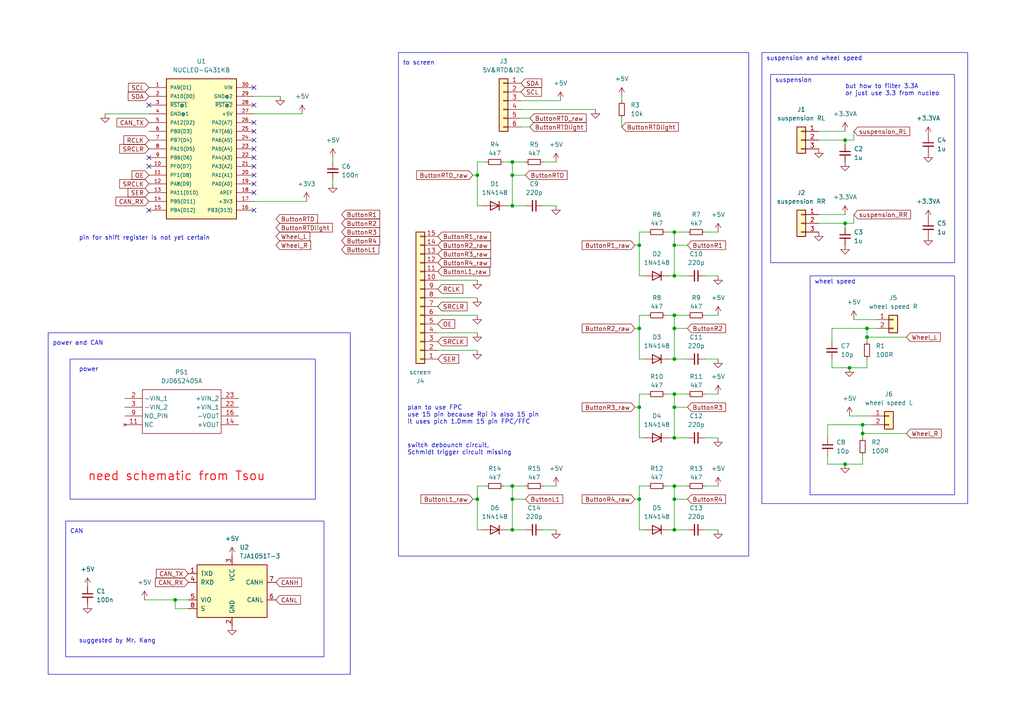
<source format=kicad_sch>
(kicad_sch (version 20230121) (generator eeschema)
  (paper "A4")
  (title_block (title "EP5 dashbaord left board") (date "2024-03-04") (rev "1") (company "NTURacing") (comment 1 "郭哲明") (comment 2 "electrical team"))
  (lib_symbols
    (symbol "Connector_Generic:Conn_01x02" (pin_names (offset 1.016) hide)
      (property "Reference" "J" (at 0 2.54 0))
      (property "Value" "Conn_01x02" (at 0 -5.08 0))
      (symbol "Conn_01x02_1_1"
        (rectangle (start -1.27 -2.413) (end 0 -2.667) (stroke (width 0.1524)))
        (rectangle (start -1.27 0.127) (end 0 -0.127) (stroke (width 0.1524)))
        (rectangle (start -1.27 1.27) (end 1.27 -3.81) (stroke (width 0.254)) (fill (type background)))
        (pin passive line (at -5.08 0 0) (length 3.81) (name "Pin_1") (number "1"))
        (pin passive line (at -5.08 -2.54 0) (length 3.81) (name "Pin_2") (number "2"))
      )
    )
    (symbol "Connector_Generic:Conn_01x03" (pin_names (offset 1.016) hide)
      (property "Reference" "J" (at 0 5.08 0))
      (property "Value" "Conn_01x03" (at 0 -5.08 0))
      (symbol "Conn_01x03_1_1"
        (rectangle (start -1.27 -2.413) (end 0 -2.667) (stroke (width 0.1524)))
        (rectangle (start -1.27 0.127) (end 0 -0.127) (stroke (width 0.1524)))
        (rectangle (start -1.27 2.667) (end 0 2.413) (stroke (width 0.1524)))
        (rectangle (start -1.27 3.81) (end 1.27 -3.81) (stroke (width 0.254)) (fill (type background)))
        (pin passive line (at -5.08 2.54 0) (length 3.81) (name "Pin_1") (number "1"))
        (pin passive line (at -5.08 0 0) (length 3.81) (name "Pin_2") (number "2"))
        (pin passive line (at -5.08 -2.54 0) (length 3.81) (name "Pin_3") (number "3"))
      )
    )
    (symbol "Connector_Generic:Conn_01x06" (pin_names (offset 1.016) hide)
      (property "Reference" "J" (at 0 7.62 0))
      (property "Value" "Conn_01x06" (at 0 -10.16 0))
      (symbol "Conn_01x06_1_1"
        (rectangle (start -1.27 -7.493) (end 0 -7.747) (stroke (width 0.1524)))
        (rectangle (start -1.27 -4.953) (end 0 -5.207) (stroke (width 0.1524)))
        (rectangle (start -1.27 -2.413) (end 0 -2.667) (stroke (width 0.1524)))
        (rectangle (start -1.27 0.127) (end 0 -0.127) (stroke (width 0.1524)))
        (rectangle (start -1.27 2.667) (end 0 2.413) (stroke (width 0.1524)))
        (rectangle (start -1.27 5.207) (end 0 4.953) (stroke (width 0.1524)))
        (rectangle (start -1.27 6.35) (end 1.27 -8.89) (stroke (width 0.254)) (fill (type background)))
        (pin passive line (at -5.08 5.08 0) (length 3.81) (name "Pin_1") (number "1"))
        (pin passive line (at -5.08 2.54 0) (length 3.81) (name "Pin_2") (number "2"))
        (pin passive line (at -5.08 0 0) (length 3.81) (name "Pin_3") (number "3"))
        (pin passive line (at -5.08 -2.54 0) (length 3.81) (name "Pin_4") (number "4"))
        (pin passive line (at -5.08 -5.08 0) (length 3.81) (name "Pin_5") (number "5"))
        (pin passive line (at -5.08 -7.62 0) (length 3.81) (name "Pin_6") (number "6"))
      )
    )
    (symbol "Connector_Generic:Conn_01x15" (pin_names (offset 1.016) hide)
      (property "Reference" "J" (at 0 20.32 0))
      (property "Value" "Conn_01x15" (at 0 -20.32 0))
      (symbol "Conn_01x15_1_1"
        (rectangle (start -1.27 -17.653) (end 0 -17.907) (stroke (width 0.1524)))
        (rectangle (start -1.27 -15.113) (end 0 -15.367) (stroke (width 0.1524)))
        (rectangle (start -1.27 -12.573) (end 0 -12.827) (stroke (width 0.1524)))
        (rectangle (start -1.27 -10.033) (end 0 -10.287) (stroke (width 0.1524)))
        (rectangle (start -1.27 -7.493) (end 0 -7.747) (stroke (width 0.1524)))
        (rectangle (start -1.27 -4.953) (end 0 -5.207) (stroke (width 0.1524)))
        (rectangle (start -1.27 -2.413) (end 0 -2.667) (stroke (width 0.1524)))
        (rectangle (start -1.27 0.127) (end 0 -0.127) (stroke (width 0.1524)))
        (rectangle (start -1.27 2.667) (end 0 2.413) (stroke (width 0.1524)))
        (rectangle (start -1.27 5.207) (end 0 4.953) (stroke (width 0.1524)))
        (rectangle (start -1.27 7.747) (end 0 7.493) (stroke (width 0.1524)))
        (rectangle (start -1.27 10.287) (end 0 10.033) (stroke (width 0.1524)))
        (rectangle (start -1.27 12.827) (end 0 12.573) (stroke (width 0.1524)))
        (rectangle (start -1.27 15.367) (end 0 15.113) (stroke (width 0.1524)))
        (rectangle (start -1.27 17.907) (end 0 17.653) (stroke (width 0.1524)))
        (rectangle (start -1.27 19.05) (end 1.27 -19.05) (stroke (width 0.254)) (fill (type background)))
        (pin passive line (at -5.08 17.78 0) (length 3.81) (name "Pin_1") (number "1"))
        (pin passive line (at -5.08 -5.08 0) (length 3.81) (name "Pin_10") (number "10"))
        (pin passive line (at -5.08 -7.62 0) (length 3.81) (name "Pin_11") (number "11"))
        (pin passive line (at -5.08 -10.16 0) (length 3.81) (name "Pin_12") (number "12"))
        (pin passive line (at -5.08 -12.7 0) (length 3.81) (name "Pin_13") (number "13"))
        (pin passive line (at -5.08 -15.24 0) (length 3.81) (name "Pin_14") (number "14"))
        (pin passive line (at -5.08 -17.78 0) (length 3.81) (name "Pin_15") (number "15"))
        (pin passive line (at -5.08 15.24 0) (length 3.81) (name "Pin_2") (number "2"))
        (pin passive line (at -5.08 12.7 0) (length 3.81) (name "Pin_3") (number "3"))
        (pin passive line (at -5.08 10.16 0) (length 3.81) (name "Pin_4") (number "4"))
        (pin passive line (at -5.08 7.62 0) (length 3.81) (name "Pin_5") (number "5"))
        (pin passive line (at -5.08 5.08 0) (length 3.81) (name "Pin_6") (number "6"))
        (pin passive line (at -5.08 2.54 0) (length 3.81) (name "Pin_7") (number "7"))
        (pin passive line (at -5.08 0 0) (length 3.81) (name "Pin_8") (number "8"))
        (pin passive line (at -5.08 -2.54 0) (length 3.81) (name "Pin_9") (number "9"))
      )
    )
    (symbol "Device:C_Small" (pin_numbers hide) (pin_names (offset 0.254) hide)
      (property "Reference" "C" (at 0.254 1.778 0))
      (property "Value" "C_Small" (at 0.254 -2.032 0))
      (symbol "C_Small_0_1"
        (polyline (pts (xy -1.524 -0.508) (xy 1.524 -0.508)) (stroke (width 0.3302)))
        (polyline (pts (xy -1.524 0.508) (xy 1.524 0.508)) (stroke (width 0.3048)))
      )
      (symbol "C_Small_1_1"
        (pin passive line (at 0 2.54 270) (length 2.032) (name "~") (number "1"))
        (pin passive line (at 0 -2.54 90) (length 2.032) (name "~") (number "2"))
      )
    )
    (symbol "Device:R_Small" (pin_numbers hide) (pin_names (offset 0.254) hide)
      (property "Reference" "R" (at 0.762 0.508 0))
      (property "Value" "R_Small" (at 0.762 -1.016 0))
      (symbol "R_Small_0_1"
        (rectangle (start -0.762 1.778) (end 0.762 -1.778) (stroke (width 0.2032)))
      )
      (symbol "R_Small_1_1"
        (pin passive line (at 0 2.54 270) (length 0.762) (name "~") (number "1"))
        (pin passive line (at 0 -2.54 90) (length 0.762) (name "~") (number "2"))
      )
    )
    (symbol "Diode:1N4148" (pin_numbers hide) (pin_names hide)
      (property "Reference" "D" (at 0 2.54 0))
      (property "Value" "1N4148" (at 0 -2.54 0))
      (symbol "1N4148_0_1"
        (polyline (pts (xy -1.27 1.27) (xy -1.27 -1.27)) (stroke (width 0.254)))
        (polyline (pts (xy 1.27 0) (xy -1.27 0)))
        (polyline (pts (xy 1.27 1.27) (xy 1.27 -1.27) (xy -1.27 0) (xy 1.27 1.27)) (stroke (width 0.254)))
      )
      (symbol "1N4148_1_1"
        (pin passive line (at -3.81 0 0) (length 2.54) (name "K") (number "1"))
        (pin passive line (at 3.81 0 180) (length 2.54) (name "A") (number "2"))
      )
    )
    (symbol "Interface_CAN_LIN:TJA1051T-3" (pin_names (offset 1.016))
      (property "Reference" "U" (at -10.16 8.89 0))
      (property "Value" "TJA1051T-3" (at 1.27 8.89 0))
      (symbol "TJA1051T-3_0_1"
        (rectangle (start -10.16 7.62) (end 10.16 -7.62) (stroke (width 0.254)) (fill (type background)))
      )
      (symbol "TJA1051T-3_1_1"
        (pin input line (at -12.7 5.08 0) (length 2.54) (name "TXD") (number "1"))
        (pin power_in line (at 0 -10.16 90) (length 2.54) (name "GND") (number "2"))
        (pin power_in line (at 0 10.16 270) (length 2.54) (name "VCC") (number "3"))
        (pin output line (at -12.7 2.54 0) (length 2.54) (name "RXD") (number "4"))
        (pin power_in line (at -12.7 -2.54 0) (length 2.54) (name "VIO") (number "5"))
        (pin bidirectional line (at 12.7 -2.54 180) (length 2.54) (name "CANL") (number "6"))
        (pin bidirectional line (at 12.7 2.54 180) (length 2.54) (name "CANH") (number "7"))
        (pin input line (at -12.7 -5.08 0) (length 2.54) (name "S") (number "8"))
      )
    )
    (symbol "nturt_kicad_lib:DJ06S2405A"
      (property "Reference" "PS" (at 0 1.27 0))
      (property "Value" "DJ06S2405A" (at 0 -1.27 0))
      (symbol "DJ06S2405A_0_0"
        (pin no_connect line (at -17.145 -3.81 0) (length 5.08) (name "NC") (number "11"))
        (pin passive line (at 15.875 -3.81 180) (length 5.08) (name "+VOUT") (number "14"))
        (pin passive line (at 15.875 -1.27 180) (length 5.08) (name "-VOUT") (number "16"))
        (pin passive line (at -17.145 3.81 0) (length 5.08) (name "-VIN_1") (number "2"))
        (pin passive line (at 15.875 1.27 180) (length 5.08) (name "+VIN_1") (number "22"))
        (pin passive line (at 15.875 3.81 180) (length 5.08) (name "+VIN_2") (number "23"))
        (pin passive line (at -17.145 1.27 0) (length 5.08) (name "-VIN_2") (number "3"))
        (pin passive line (at -17.145 -1.27 0) (length 5.08) (name "NO_PIN") (number "9"))
      )
      (symbol "DJ06S2405A_0_1"
        (polyline (pts (xy -12.065 6.35) (xy 10.795 6.35) (xy 10.795 -6.35) (xy -12.065 -6.35) (xy -12.065 6.35)) (stroke (width 0.1524)))
      )
    )
    (symbol "nturt_kicad_lib:NUCLEO-G431KB" (pin_names (offset 1.016))
      (property "Reference" "U" (at -10.16 21.59 0))
      (property "Value" "NUCLEO-G431KB" (at -2.54 21.59 0))
      (symbol "NUCLEO-G431KB_0_0"
        (rectangle (start -10.16 20.32) (end 10.16 -20.32) (stroke (width 0.254)) (fill (type background)))
        (pin bidirectional line (at -15.24 17.78 0) (length 5.08) (name "PA9(D1)") (number "1"))
        (pin bidirectional line (at -15.24 -5.08 0) (length 5.08) (name "PF0(D7)") (number "10"))
        (pin bidirectional line (at -15.24 -7.62 0) (length 5.08) (name "PF1(D8)") (number "11"))
        (pin bidirectional line (at -15.24 -10.16 0) (length 5.08) (name "PA8(D9)") (number "12"))
        (pin bidirectional line (at -15.24 -12.7 0) (length 5.08) (name "PA11(D10)") (number "13"))
        (pin bidirectional line (at -15.24 -15.24 0) (length 5.08) (name "PB5(D11)") (number "14"))
        (pin bidirectional line (at -15.24 -17.78 0) (length 5.08) (name "PB4(D12)") (number "15"))
        (pin bidirectional line (at 15.24 -17.78 180) (length 5.08) (name "PB3(D13)") (number "16"))
        (pin passive line (at 15.24 -15.24 180) (length 5.08) (name "+3V3") (number "17"))
        (pin passive line (at 15.24 -12.7 180) (length 5.08) (name "AREF") (number "18"))
        (pin bidirectional line (at 15.24 -10.16 180) (length 5.08) (name "PA0(A0)") (number "19"))
        (pin bidirectional line (at -15.24 15.24 0) (length 5.08) (name "PA10(D0)") (number "2"))
        (pin bidirectional line (at 15.24 -7.62 180) (length 5.08) (name "PA1(A1)") (number "20"))
        (pin bidirectional line (at 15.24 -5.08 180) (length 5.08) (name "PA3(A2)") (number "21"))
        (pin bidirectional line (at 15.24 -2.54 180) (length 5.08) (name "PA4(A3)") (number "22"))
        (pin bidirectional line (at 15.24 0 180) (length 5.08) (name "PA5(A4)") (number "23"))
        (pin bidirectional line (at 15.24 2.54 180) (length 5.08) (name "PA6(A5)") (number "24"))
        (pin bidirectional line (at 15.24 5.08 180) (length 5.08) (name "PA7(A6)") (number "25"))
        (pin bidirectional line (at 15.24 7.62 180) (length 5.08) (name "PA2(A7)") (number "26"))
        (pin passive line (at 15.24 10.16 180) (length 5.08) (name "+5V") (number "27"))
        (pin bidirectional line (at 15.24 12.7 180) (length 5.08) (name "~{RST@2}") (number "28"))
        (pin passive line (at 15.24 15.24 180) (length 5.08) (name "GND@2") (number "29"))
        (pin bidirectional line (at -15.24 12.7 0) (length 5.08) (name "~{RST@1}") (number "3"))
        (pin passive line (at 15.24 17.78 180) (length 5.08) (name "VIN") (number "30"))
        (pin passive line (at -15.24 10.16 0) (length 5.08) (name "GND@1") (number "4"))
        (pin bidirectional line (at -15.24 7.62 0) (length 5.08) (name "PA12(D2)") (number "5"))
        (pin bidirectional line (at -15.24 5.08 0) (length 5.08) (name "PB0(D3)") (number "6"))
        (pin bidirectional line (at -15.24 2.54 0) (length 5.08) (name "PB7(D4)") (number "7"))
        (pin bidirectional line (at -15.24 0 0) (length 5.08) (name "PA15(D5)") (number "8"))
        (pin bidirectional line (at -15.24 -2.54 0) (length 5.08) (name "PB6(D6)") (number "9"))
      )
    )
    (symbol "power:+3.3VA" (power) (pin_names (offset 0))
      (property "Value" "+3.3VA" (at 0 3.556 0))
      (symbol "+3.3VA_0_1"
        (polyline (pts (xy -0.762 1.27) (xy 0 2.54)))
        (polyline (pts (xy 0 0) (xy 0 2.54)))
        (polyline (pts (xy 0 2.54) (xy 0.762 1.27)))
      )
      (symbol "+3.3VA_1_1"
        (pin power_in line (at 0 0 90) (length 0) hide (name "+3.3VA") (number "1"))
      )
    )
    (symbol "power:+3V3" (power) (pin_names (offset 0))
      (property "Value" "+3V3" (at 0 3.556 0))
      (symbol "+3V3_0_1"
        (polyline (pts (xy -0.762 1.27) (xy 0 2.54)))
        (polyline (pts (xy 0 0) (xy 0 2.54)))
        (polyline (pts (xy 0 2.54) (xy 0.762 1.27)))
      )
      (symbol "+3V3_1_1"
        (pin power_in line (at 0 0 90) (length 0) hide (name "+3V3") (number "1"))
      )
    )
    (symbol "power:+5V" (power) (pin_names (offset 0))
      (property "Value" "+5V" (at 0 3.556 0))
      (symbol "+5V_0_1"
        (polyline (pts (xy -0.762 1.27) (xy 0 2.54)))
        (polyline (pts (xy 0 0) (xy 0 2.54)))
        (polyline (pts (xy 0 2.54) (xy 0.762 1.27)))
      )
      (symbol "+5V_1_1"
        (pin power_in line (at 0 0 90) (length 0) hide (name "+5V") (number "1"))
      )
    )
    (symbol "power:GND" (power) (pin_names (offset 0))
      (property "Value" "GND" (at 0 -3.81 0))
      (symbol "GND_0_1"
        (polyline (pts (xy 0 0) (xy 0 -1.27) (xy 1.27 -1.27) (xy 0 -2.54) (xy -1.27 -1.27) (xy 0 -1.27)))
      )
      (symbol "GND_1_1"
        (pin power_in line (at 0 0 270) (length 0) hide (name "GND") (number "1"))
      )
    )
  )
  (junction (at 148.59 140.97))
  (junction (at 185.42 95.25))
  (junction (at 250.19 125.73))
  (junction (at 185.42 144.78))
  (junction (at 195.58 80.01))
  (junction (at 138.43 144.78))
  (junction (at 148.59 59.69))
  (junction (at 195.58 114.3))
  (junction (at 246.38 106.68))
  (junction (at 50.8 173.99))
  (junction (at 195.58 67.31))
  (junction (at 148.59 153.67))
  (junction (at 195.58 153.67))
  (junction (at 251.46 97.79))
  (junction (at 148.59 144.78))
  (junction (at 148.59 50.8))
  (junction (at 245.11 64.77))
  (junction (at 185.42 118.11))
  (junction (at 251.46 95.25))
  (junction (at 195.58 71.12))
  (junction (at 195.58 127))
  (junction (at 245.11 134.62))
  (junction (at 195.58 118.11))
  (junction (at 195.58 104.14))
  (junction (at 195.58 140.97))
  (junction (at 138.43 50.8))
  (junction (at 195.58 91.44))
  (junction (at 250.19 123.19))
  (junction (at 195.58 95.25))
  (junction (at 195.58 144.78))
  (junction (at 185.42 71.12))
  (junction (at 148.59 46.99))
  (junction (at 245.11 40.64))
  (no_connect (at 73.66 43.18))
  (no_connect (at 43.18 60.96))
  (no_connect (at 73.66 35.56))
  (no_connect (at 43.18 45.72))
  (no_connect (at 73.66 48.26))
  (no_connect (at 73.66 30.48))
  (no_connect (at 73.66 55.88))
  (no_connect (at 73.66 25.4))
  (no_connect (at 73.66 50.8))
  (no_connect (at 73.66 45.72))
  (no_connect (at 73.66 60.96))
  (no_connect (at 73.66 53.34))
  (no_connect (at 43.18 48.26))
  (no_connect (at 73.66 40.64))
  (no_connect (at 43.18 30.48))
  (no_connect (at 73.66 38.1))
  (wire (pts (xy 195.58 114.3) (xy 195.58 118.11)))
  (wire (pts (xy 193.04 67.31) (xy 195.58 67.31)))
  (wire (pts (xy 151.13 34.29) (xy 153.67 34.29)))
  (wire (pts (xy 138.43 153.67) (xy 139.7 153.67)))
  (wire (pts (xy 195.58 104.14) (xy 194.31 104.14)))
  (wire (pts (xy 185.42 91.44) (xy 187.96 91.44)))
  (wire (pts (xy 137.16 50.8) (xy 138.43 50.8)))
  (wire (pts (xy 195.58 127) (xy 194.31 127)))
  (wire (pts (xy 148.59 50.8) (xy 148.59 59.69)))
  (wire (pts (xy 138.43 140.97) (xy 140.97 140.97)))
  (wire (pts (xy 241.3 104.14) (xy 241.3 106.68)))
  (wire (pts (xy 185.42 153.67) (xy 185.42 144.78)))
  (wire (pts (xy 185.42 127) (xy 186.69 127)))
  (wire (pts (xy 185.42 144.78) (xy 185.42 140.97)))
  (wire (pts (xy 148.59 59.69) (xy 147.32 59.69)))
  (wire (pts (xy 148.59 46.99) (xy 148.59 50.8)))
  (wire (pts (xy 138.43 50.8) (xy 138.43 46.99)))
  (wire (pts (xy 247.65 40.64) (xy 245.11 40.64)))
  (wire (pts (xy 208.28 127) (xy 204.47 127)))
  (wire (pts (xy 185.42 104.14) (xy 186.69 104.14)))
  (wire (pts (xy 152.4 46.99) (xy 148.59 46.99)))
  (wire (pts (xy 195.58 104.14) (xy 199.39 104.14)))
  (wire (pts (xy 251.46 104.14) (xy 251.46 106.68)))
  (wire (pts (xy 152.4 144.78) (xy 148.59 144.78)))
  (wire (pts (xy 96.52 45.72) (xy 96.52 46.99)))
  (wire (pts (xy 251.46 106.68) (xy 246.38 106.68)))
  (wire (pts (xy 30.48 33.02) (xy 43.18 33.02)))
  (wire (pts (xy 199.39 91.44) (xy 195.58 91.44)))
  (wire (pts (xy 251.46 97.79) (xy 251.46 99.06)))
  (wire (pts (xy 138.43 81.28) (xy 127 81.28)))
  (wire (pts (xy 41.91 173.99) (xy 50.8 173.99)))
  (wire (pts (xy 240.03 123.19) (xy 250.19 123.19)))
  (wire (pts (xy 208.28 104.14) (xy 204.47 104.14)))
  (wire (pts (xy 152.4 140.97) (xy 148.59 140.97)))
  (wire (pts (xy 245.11 66.04) (xy 245.11 64.77)))
  (wire (pts (xy 195.58 127) (xy 199.39 127)))
  (wire (pts (xy 241.3 106.68) (xy 246.38 106.68)))
  (wire (pts (xy 245.11 62.23) (xy 237.49 62.23)))
  (wire (pts (xy 87.63 33.02) (xy 73.66 33.02)))
  (wire (pts (xy 250.19 134.62) (xy 245.11 134.62)))
  (wire (pts (xy 195.58 80.01) (xy 194.31 80.01)))
  (wire (pts (xy 195.58 153.67) (xy 199.39 153.67)))
  (wire (pts (xy 208.28 91.44) (xy 204.47 91.44)))
  (wire (pts (xy 161.29 153.67) (xy 157.48 153.67)))
  (wire (pts (xy 247.65 64.77) (xy 245.11 64.77)))
  (wire (pts (xy 250.19 132.08) (xy 250.19 134.62)))
  (wire (pts (xy 185.42 95.25) (xy 185.42 91.44)))
  (wire (pts (xy 138.43 144.78) (xy 138.43 140.97)))
  (wire (pts (xy 245.11 41.91) (xy 245.11 40.64)))
  (wire (pts (xy 54.61 176.53) (xy 50.8 176.53)))
  (wire (pts (xy 138.43 96.52) (xy 127 96.52)))
  (wire (pts (xy 250.19 123.19) (xy 250.19 125.73)))
  (wire (pts (xy 199.39 114.3) (xy 195.58 114.3)))
  (wire (pts (xy 185.42 118.11) (xy 185.42 114.3)))
  (wire (pts (xy 262.89 97.79) (xy 251.46 97.79)))
  (wire (pts (xy 88.9 58.42) (xy 73.66 58.42)))
  (wire (pts (xy 195.58 153.67) (xy 194.31 153.67)))
  (wire (pts (xy 199.39 144.78) (xy 195.58 144.78)))
  (wire (pts (xy 193.04 114.3) (xy 195.58 114.3)))
  (wire (pts (xy 138.43 91.44) (xy 127 91.44)))
  (wire (pts (xy 208.28 114.3) (xy 204.47 114.3)))
  (wire (pts (xy 185.42 127) (xy 185.42 118.11)))
  (wire (pts (xy 195.58 144.78) (xy 195.58 153.67)))
  (wire (pts (xy 195.58 71.12) (xy 195.58 80.01)))
  (wire (pts (xy 193.04 140.97) (xy 195.58 140.97)))
  (wire (pts (xy 262.89 125.73) (xy 250.19 125.73)))
  (wire (pts (xy 199.39 95.25) (xy 195.58 95.25)))
  (wire (pts (xy 193.04 91.44) (xy 195.58 91.44)))
  (wire (pts (xy 185.42 80.01) (xy 186.69 80.01)))
  (wire (pts (xy 237.49 40.64) (xy 245.11 40.64)))
  (wire (pts (xy 161.29 59.69) (xy 157.48 59.69)))
  (wire (pts (xy 251.46 95.25) (xy 254 95.25)))
  (wire (pts (xy 180.34 27.94) (xy 180.34 29.21)))
  (wire (pts (xy 195.58 95.25) (xy 195.58 104.14)))
  (wire (pts (xy 184.15 118.11) (xy 185.42 118.11)))
  (wire (pts (xy 240.03 132.08) (xy 240.03 134.62)))
  (wire (pts (xy 162.56 29.21) (xy 151.13 29.21)))
  (wire (pts (xy 208.28 153.67) (xy 204.47 153.67)))
  (wire (pts (xy 195.58 140.97) (xy 195.58 144.78)))
  (wire (pts (xy 237.49 64.77) (xy 245.11 64.77)))
  (wire (pts (xy 246.38 120.65) (xy 252.73 120.65)))
  (wire (pts (xy 146.05 140.97) (xy 148.59 140.97)))
  (wire (pts (xy 148.59 153.67) (xy 147.32 153.67)))
  (wire (pts (xy 185.42 153.67) (xy 186.69 153.67)))
  (wire (pts (xy 250.19 123.19) (xy 252.73 123.19)))
  (wire (pts (xy 151.13 36.83) (xy 153.67 36.83)))
  (wire (pts (xy 138.43 153.67) (xy 138.43 144.78)))
  (wire (pts (xy 138.43 86.36) (xy 127 86.36)))
  (wire (pts (xy 247.65 38.1) (xy 247.65 40.64)))
  (wire (pts (xy 240.03 127) (xy 240.03 123.19)))
  (wire (pts (xy 50.8 176.53) (xy 50.8 173.99)))
  (wire (pts (xy 199.39 140.97) (xy 195.58 140.97)))
  (wire (pts (xy 50.8 173.99) (xy 54.61 173.99)))
  (wire (pts (xy 180.34 36.83) (xy 180.34 34.29)))
  (wire (pts (xy 161.29 46.99) (xy 157.48 46.99)))
  (wire (pts (xy 208.28 80.01) (xy 204.47 80.01)))
  (wire (pts (xy 247.65 62.23) (xy 247.65 64.77)))
  (wire (pts (xy 146.05 46.99) (xy 148.59 46.99)))
  (wire (pts (xy 152.4 50.8) (xy 148.59 50.8)))
  (wire (pts (xy 241.3 99.06) (xy 241.3 95.25)))
  (wire (pts (xy 138.43 59.69) (xy 138.43 50.8)))
  (wire (pts (xy 185.42 67.31) (xy 187.96 67.31)))
  (wire (pts (xy 185.42 104.14) (xy 185.42 95.25)))
  (wire (pts (xy 195.58 118.11) (xy 195.58 127)))
  (wire (pts (xy 195.58 91.44) (xy 195.58 95.25)))
  (wire (pts (xy 185.42 71.12) (xy 185.42 67.31)))
  (wire (pts (xy 199.39 118.11) (xy 195.58 118.11)))
  (wire (pts (xy 199.39 67.31) (xy 195.58 67.31)))
  (wire (pts (xy 250.19 125.73) (xy 250.19 127)))
  (wire (pts (xy 185.42 114.3) (xy 187.96 114.3)))
  (wire (pts (xy 240.03 134.62) (xy 245.11 134.62)))
  (wire (pts (xy 148.59 153.67) (xy 152.4 153.67)))
  (wire (pts (xy 184.15 144.78) (xy 185.42 144.78)))
  (wire (pts (xy 247.65 92.71) (xy 254 92.71)))
  (wire (pts (xy 195.58 80.01) (xy 199.39 80.01)))
  (wire (pts (xy 138.43 46.99) (xy 140.97 46.99)))
  (wire (pts (xy 184.15 71.12) (xy 185.42 71.12)))
  (wire (pts (xy 245.11 38.1) (xy 237.49 38.1)))
  (wire (pts (xy 96.52 53.34) (xy 96.52 52.07)))
  (wire (pts (xy 81.28 27.94) (xy 73.66 27.94)))
  (wire (pts (xy 241.3 95.25) (xy 251.46 95.25)))
  (wire (pts (xy 185.42 80.01) (xy 185.42 71.12)))
  (wire (pts (xy 185.42 140.97) (xy 187.96 140.97)))
  (wire (pts (xy 148.59 144.78) (xy 148.59 153.67)))
  (wire (pts (xy 138.43 101.6) (xy 127 101.6)))
  (wire (pts (xy 208.28 67.31) (xy 204.47 67.31)))
  (wire (pts (xy 148.59 59.69) (xy 152.4 59.69)))
  (wire (pts (xy 172.72 31.75) (xy 151.13 31.75)))
  (wire (pts (xy 184.15 95.25) (xy 185.42 95.25)))
  (wire (pts (xy 138.43 59.69) (xy 139.7 59.69)))
  (wire (pts (xy 195.58 67.31) (xy 195.58 71.12)))
  (wire (pts (xy 208.28 140.97) (xy 204.47 140.97)))
  (wire (pts (xy 199.39 71.12) (xy 195.58 71.12)))
  (wire (pts (xy 148.59 140.97) (xy 148.59 144.78)))
  (wire (pts (xy 137.16 144.78) (xy 138.43 144.78)))
  (wire (pts (xy 251.46 95.25) (xy 251.46 97.79)))
  (wire (pts (xy 161.29 140.97) (xy 157.48 140.97)))
  (rectangle (start 220.98 15.24) (end 280.67 146.05))
  (rectangle (start 20.32 104.14) (end 91.44 144.78))
  (rectangle (start 223.52 21.59) (end 276.86 76.2))
  (rectangle (start 13.97 96.52) (end 101.6 195.58))
  (rectangle (start 234.95 80.01) (end 276.86 143.51))
  (rectangle (start 115.57 15.24) (end 217.17 161.29))
  (rectangle (start 19.05 151.13) (end 93.98 190.5))
  (text "pin for shift register is not yet certain" (at 22.86 69.85 0) (effects (font (size 1.27 1.27)) (justify left bottom)))
  (text "switch debounch circuit, \nSchmidt trigger circuit missing" (at 118.11 132.08 0) (effects (font (size 1.27 1.27)) (justify left bottom)))
  (text "wheel speed" (at 236.22 82.55 0) (effects (font (size 1.27 1.27)) (justify left bottom)))
  (text "to screen" (at 116.84 19.05 0) (effects (font (size 1.27 1.27)) (justify left bottom)))
  (text "suspension" (at 224.79 24.13 0) (effects (font (size 1.27 1.27)) (justify left bottom)))
  (text "need schematic from Tsou" (at 25.4 139.7 0) (effects (font (size 2.54 2.54) (thickness 0.254) bold) (justify left bottom)))
  (text "but how to filter 3.3A\nor just use 3.3 from nucleo" (at 245.11 27.94 0) (effects (font (size 1.27 1.27)) (justify left bottom)))
  (text "CAN" (at 20.32 154.94 0) (effects (font (size 1.27 1.27)) (justify left bottom)))
  (text "suspension and wheel speed" (at 222.25 17.78 0) (effects (font (size 1.27 1.27)) (justify left bottom)))
  (text "plan to use FPC\nuse 15 pin because Rpi is also 15 pin\nit uses pich 1.0mm 15 pin FPC/FFC" (at 118.11 123.19 0) (effects (font (size 1.27 1.27)) (justify left bottom)))
  (text "power" (at 22.86 107.95 0) (effects (font (size 1.27 1.27)) (justify left bottom)))
  (text "power and CAN" (at 15.24 100.33 0) (effects (font (size 1.27 1.27)) (justify left bottom)))
  (text "suggested by Mr. Kang" (at 22.86 186.69 0) (effects (font (size 1.27 1.27)) (justify left bottom)))
  (global_label "SDA" (shape input) (at 151.13 24.13 0) (property "Intersheetrefs" "${INTERSHEET_REFS}" (effects hide)))
  (global_label "RCLK" (shape input) (at 127 83.82 0) (property "Intersheetrefs" "${INTERSHEET_REFS}" (effects hide)))
  (global_label "CAN_RX" (shape input) (at 43.18 58.42 180) (property "Intersheetrefs" "${INTERSHEET_REFS}" (effects hide)))
  (global_label "ButtonRTD" (shape input) (at 152.4 50.8 0) (property "Intersheetrefs" "${INTERSHEET_REFS}" (effects hide)))
  (global_label "Wheel_L" (shape input) (at 262.89 97.79 0) (property "Intersheetrefs" "${INTERSHEET_REFS}" (effects hide)))
  (global_label "ButtonR3" (shape input) (at 199.39 118.11 0) (property "Intersheetrefs" "${INTERSHEET_REFS}" (effects hide)))
  (global_label "ButtonL1" (shape input) (at 152.4 144.78 0) (property "Intersheetrefs" "${INTERSHEET_REFS}" (effects hide)))
  (global_label "ButtonRTDlight" (shape input) (at 180.34 36.83 0) (property "Intersheetrefs" "${INTERSHEET_REFS}" (effects hide)))
  (global_label "ButtonR2" (shape input) (at 99.06 64.77 0) (property "Intersheetrefs" "${INTERSHEET_REFS}" (effects hide)))
  (global_label "ButtonR1_raw" (shape input) (at 184.15 71.12 180) (property "Intersheetrefs" "${INTERSHEET_REFS}" (effects hide)))
  (global_label "ButtonR1" (shape input) (at 99.06 62.23 0) (property "Intersheetrefs" "${INTERSHEET_REFS}" (effects hide)))
  (global_label "ButtonR3_raw" (shape input) (at 127 73.66 0) (property "Intersheetrefs" "${INTERSHEET_REFS}" (effects hide)))
  (global_label "ButtonRTD" (shape input) (at 80.01 63.5 0) (property "Intersheetrefs" "${INTERSHEET_REFS}" (effects hide)))
  (global_label "SDA" (shape input) (at 43.18 27.94 180) (property "Intersheetrefs" "${INTERSHEET_REFS}" (effects hide)))
  (global_label "suspension_RR" (shape input) (at 247.65 62.23 0) (property "Intersheetrefs" "${INTERSHEET_REFS}" (effects hide)))
  (global_label "SRCLR" (shape input) (at 127 88.9 0) (property "Intersheetrefs" "${INTERSHEET_REFS}" (effects hide)))
  (global_label "Wheel_R" (shape input) (at 80.01 71.12 0) (property "Intersheetrefs" "${INTERSHEET_REFS}" (effects hide)))
  (global_label "ButtonR1" (shape input) (at 199.39 71.12 0) (property "Intersheetrefs" "${INTERSHEET_REFS}" (effects hide)))
  (global_label "ButtonRTDlight" (shape input) (at 80.01 66.04 0) (property "Intersheetrefs" "${INTERSHEET_REFS}" (effects hide)))
  (global_label "ButtonR4_raw" (shape input) (at 127 76.2 0) (property "Intersheetrefs" "${INTERSHEET_REFS}" (effects hide)))
  (global_label "ButtonR1_raw" (shape input) (at 127 68.58 0) (property "Intersheetrefs" "${INTERSHEET_REFS}" (effects hide)))
  (global_label "SRCLK" (shape input) (at 127 99.06 0) (property "Intersheetrefs" "${INTERSHEET_REFS}" (effects hide)))
  (global_label "ButtonR4" (shape input) (at 199.39 144.78 0) (property "Intersheetrefs" "${INTERSHEET_REFS}" (effects hide)))
  (global_label "ButtonR4" (shape input) (at 99.06 69.85 0) (property "Intersheetrefs" "${INTERSHEET_REFS}" (effects hide)))
  (global_label "suspension_RL" (shape input) (at 247.65 38.1 0) (property "Intersheetrefs" "${INTERSHEET_REFS}" (effects hide)))
  (global_label "ButtonL1_raw" (shape input) (at 137.16 144.78 180) (property "Intersheetrefs" "${INTERSHEET_REFS}" (effects hide)))
  (global_label "OE" (shape input) (at 43.18 50.8 180) (property "Intersheetrefs" "${INTERSHEET_REFS}" (effects hide)))
  (global_label "CAN_TX" (shape input) (at 43.18 35.56 180) (property "Intersheetrefs" "${INTERSHEET_REFS}" (effects hide)))
  (global_label "SRCLK" (shape input) (at 43.18 53.34 180) (property "Intersheetrefs" "${INTERSHEET_REFS}" (effects hide)))
  (global_label "CAN_RX" (shape input) (at 54.61 168.91 180) (property "Intersheetrefs" "${INTERSHEET_REFS}" (effects hide)))
  (global_label "SER" (shape input) (at 127 104.14 0) (property "Intersheetrefs" "${INTERSHEET_REFS}" (effects hide)))
  (global_label "Wheel_R" (shape input) (at 262.89 125.73 0) (property "Intersheetrefs" "${INTERSHEET_REFS}" (effects hide)))
  (global_label "ButtonR2_raw" (shape input) (at 184.15 95.25 180) (property "Intersheetrefs" "${INTERSHEET_REFS}" (effects hide)))
  (global_label "SCL" (shape input) (at 151.13 26.67 0) (property "Intersheetrefs" "${INTERSHEET_REFS}" (effects hide)))
  (global_label "CANH" (shape input) (at 80.01 168.91 0) (property "Intersheetrefs" "${INTERSHEET_REFS}" (effects hide)))
  (global_label "RCLK" (shape input) (at 43.18 40.64 180) (property "Intersheetrefs" "${INTERSHEET_REFS}" (effects hide)))
  (global_label "SCL" (shape input) (at 43.18 25.4 180) (property "Intersheetrefs" "${INTERSHEET_REFS}" (effects hide)))
  (global_label "ButtonR3_raw" (shape input) (at 184.15 118.11 180) (property "Intersheetrefs" "${INTERSHEET_REFS}" (effects hide)))
  (global_label "OE" (shape input) (at 127 93.98 0) (property "Intersheetrefs" "${INTERSHEET_REFS}" (effects hide)))
  (global_label "ButtonRTD_raw" (shape input) (at 137.16 50.8 180) (property "Intersheetrefs" "${INTERSHEET_REFS}" (effects hide)))
  (global_label "SRCLR" (shape input) (at 43.18 43.18 180) (property "Intersheetrefs" "${INTERSHEET_REFS}" (effects hide)))
  (global_label "ButtonR4_raw" (shape input) (at 184.15 144.78 180) (property "Intersheetrefs" "${INTERSHEET_REFS}" (effects hide)))
  (global_label "ButtonRTD_raw" (shape input) (at 153.67 34.29 0) (property "Intersheetrefs" "${INTERSHEET_REFS}" (effects hide)))
  (global_label "ButtonR3" (shape input) (at 99.06 67.31 0) (property "Intersheetrefs" "${INTERSHEET_REFS}" (effects hide)))
  (global_label "ButtonL1" (shape input) (at 99.06 72.39 0) (property "Intersheetrefs" "${INTERSHEET_REFS}" (effects hide)))
  (global_label "ButtonR2_raw" (shape input) (at 127 71.12 0) (property "Intersheetrefs" "${INTERSHEET_REFS}" (effects hide)))
  (global_label "CANL" (shape input) (at 80.01 173.99 0) (property "Intersheetrefs" "${INTERSHEET_REFS}" (effects hide)))
  (global_label "Wheel_L" (shape input) (at 80.01 68.58 0) (property "Intersheetrefs" "${INTERSHEET_REFS}" (effects hide)))
  (global_label "SER" (shape input) (at 43.18 55.88 180) (property "Intersheetrefs" "${INTERSHEET_REFS}" (effects hide)))
  (global_label "ButtonR2" (shape input) (at 199.39 95.25 0) (property "Intersheetrefs" "${INTERSHEET_REFS}" (effects hide)))
  (global_label "CAN_TX" (shape input) (at 54.61 166.37 180) (property "Intersheetrefs" "${INTERSHEET_REFS}" (effects hide)))
  (global_label "ButtonL1_raw" (shape input) (at 127 78.74 0) (property "Intersheetrefs" "${INTERSHEET_REFS}" (effects hide)))
  (global_label "ButtonRTDlight" (shape input) (at 153.67 36.83 0) (property "Intersheetrefs" "${INTERSHEET_REFS}" (effects hide)))
  (symbol (lib_id "Device:C_Small") (at 241.3 101.6 0) (unit 1)
    (property "Reference" "C7" (at 243.84 100.3363 0) (effects (justify left)))
    (property "Value" "10p" (at 243.84 102.8763 0) (effects (justify left)))
  )
  (symbol (lib_id "Connector_Generic:Conn_01x02") (at 259.08 92.71 0) (unit 1)
    (property "Reference" "J5" (at 259.08 86.36 0))
    (property "Value" "wheel speed R" (at 259.08 88.9 0))
  )
  (symbol (lib_id "Device:C_Small") (at 240.03 129.54 0) (unit 1)
    (property "Reference" "C8" (at 242.57 128.2763 0) (effects (justify left)))
    (property "Value" "10p" (at 242.57 130.8163 0) (effects (justify left)))
  )
  (symbol (lib_id "Device:R_Small") (at 201.93 114.3 90) (unit 1)
    (property "Reference" "R11" (at 201.93 109.22 90))
    (property "Value" "4k7" (at 201.93 111.76 90))
  )
  (symbol (lib_id "Device:C_Small") (at 154.94 153.67 270) (unit 1)
    (property "Reference" "C14" (at 154.9336 147.32 90))
    (property "Value" "220p" (at 154.9336 149.86 90))
  )
  (symbol (lib_id "Device:R_Small") (at 143.51 46.99 90) (unit 1)
    (property "Reference" "R4" (at 143.51 41.91 90))
    (property "Value" "4k7" (at 143.51 44.45 90))
  )
  (symbol (lib_id "Diode:1N4148") (at 143.51 153.67 0) (mirror y) (unit 1)
    (property "Reference" "D6" (at 143.51 147.32 0))
    (property "Value" "1N4148" (at 143.51 149.86 0))
    (property "Footprint" "Diode_THT:D_DO-35_SOD27_P7.62mm_Horizontal" (effects hide))
    (property "Datasheet" "https://assets.nexperia.com/documents/data-sheet/1N4148_1N4448.pdf" (effects hide))
    (property "Sim.Device" "D" (effects hide))
    (property "Sim.Pins" "1=K 2=A" (effects hide))
  )
  (symbol (lib_id "power:GND") (at 208.28 104.14 0) (unit 1)
    (property "Reference" "#PWR039" (effects hide))
    (property "Value" "GND" (effects hide))
  )
  (symbol (lib_id "power:GND") (at 138.43 101.6 0) (unit 1)
    (property "Reference" "#PWR019" (effects hide))
    (property "Value" "GND" (effects hide))
  )
  (symbol (lib_id "power:+3V3") (at 88.9 58.42 0) (unit 1)
    (property "Reference" "#PWR028" (effects hide))
    (property "Value" "+3V3" (at 88.9 53.34 0))
  )
  (symbol (lib_id "power:GND") (at 208.28 127 0) (unit 1)
    (property "Reference" "#PWR041" (effects hide))
    (property "Value" "GND" (effects hide))
  )
  (symbol (lib_id "Device:C_Small") (at 201.93 80.01 270) (unit 1)
    (property "Reference" "C10" (at 201.9236 73.66 90))
    (property "Value" "220p" (at 201.9236 76.2 90))
  )
  (symbol (lib_id "power:GND") (at 245.11 134.62 0) (unit 1)
    (property "Reference" "#PWR031" (effects hide))
    (property "Value" "GND" (effects hide))
  )
  (symbol (lib_id "power:GND") (at 161.29 153.67 0) (unit 1)
    (property "Reference" "#PWR045" (effects hide))
    (property "Value" "GND" (effects hide))
  )
  (symbol (lib_id "power:GND") (at 138.43 86.36 0) (unit 1)
    (property "Reference" "#PWR016" (effects hide))
    (property "Value" "GND" (effects hide))
  )
  (symbol (lib_id "Device:R_Small") (at 201.93 67.31 90) (unit 1)
    (property "Reference" "R7" (at 201.93 62.23 90))
    (property "Value" "4k7" (at 201.93 64.77 90))
  )
  (symbol (lib_id "Device:C_Small") (at 245.11 68.58 0) (unit 1)
    (property "Reference" "C3" (at 247.65 67.3163 0) (effects (justify left)))
    (property "Value" "1u" (at 247.65 69.8563 0) (effects (justify left)))
  )
  (symbol (lib_id "Diode:1N4148") (at 190.5 80.01 0) (mirror y) (unit 1)
    (property "Reference" "D2" (at 190.5 73.66 0))
    (property "Value" "1N4148" (at 190.5 76.2 0))
    (property "Footprint" "Diode_THT:D_DO-35_SOD27_P7.62mm_Horizontal" (effects hide))
    (property "Datasheet" "https://assets.nexperia.com/documents/data-sheet/1N4148_1N4448.pdf" (effects hide))
    (property "Sim.Device" "D" (effects hide))
    (property "Sim.Pins" "1=K 2=A" (effects hide))
  )
  (symbol (lib_id "Device:C_Small") (at 201.93 104.14 270) (unit 1)
    (property "Reference" "C11" (at 201.9236 97.79 90))
    (property "Value" "220p" (at 201.9236 100.33 90))
  )
  (symbol (lib_id "power:+5V") (at 208.28 91.44 0) (unit 1)
    (property "Reference" "#PWR038" (effects hide))
    (property "Value" "+5V" (at 208.28 86.36 0))
  )
  (symbol (lib_id "Connector_Generic:Conn_01x15") (at 121.92 86.36 180) (unit 1)
    (property "Reference" "J4" (at 121.92 110.49 0))
    (property "Value" "screen" (at 121.92 107.95 0))
    (property "Footprint" "Connector_FFC-FPC:TE_1-84952-6_1x16-1MP_P1.0mm_Horizontal" (effects hide))
  )
  (symbol (lib_id "Connector_Generic:Conn_01x06") (at 146.05 29.21 0) (mirror y) (unit 1)
    (property "Reference" "J3" (at 146.05 17.78 0))
    (property "Value" "5V&RTD&I2C" (at 146.05 20.32 0))
  )
  (symbol (lib_id "power:+5V") (at 96.52 45.72 0) (unit 1)
    (property "Reference" "#PWR023" (effects hide))
    (property "Value" "+5V" (at 96.52 40.64 0))
  )
  (symbol (lib_id "Connector_Generic:Conn_01x02") (at 257.81 120.65 0) (unit 1)
    (property "Reference" "J6" (at 257.81 114.3 0))
    (property "Value" "wheel speed L" (at 257.81 116.84 0))
  )
  (symbol (lib_id "power:GND") (at 138.43 81.28 0) (unit 1)
    (property "Reference" "#PWR020" (effects hide))
    (property "Value" "GND" (effects hide))
  )
  (symbol (lib_id "power:GND") (at 161.29 59.69 0) (unit 1)
    (property "Reference" "#PWR035" (effects hide))
    (property "Value" "GND" (effects hide))
  )
  (symbol (lib_id "Device:R_Small") (at 154.94 46.99 90) (unit 1)
    (property "Reference" "R5" (at 154.94 41.91 90))
    (property "Value" "4k7" (at 154.94 44.45 90))
  )
  (symbol (lib_id "Diode:1N4148") (at 190.5 127 0) (mirror y) (unit 1)
    (property "Reference" "D4" (at 190.5 120.65 0))
    (property "Value" "1N4148" (at 190.5 123.19 0))
    (property "Footprint" "Diode_THT:D_DO-35_SOD27_P7.62mm_Horizontal" (effects hide))
    (property "Datasheet" "https://assets.nexperia.com/documents/data-sheet/1N4148_1N4448.pdf" (effects hide))
    (property "Sim.Device" "D" (effects hide))
    (property "Sim.Pins" "1=K 2=A" (effects hide))
  )
  (symbol (lib_id "power:GND") (at 67.31 181.61 0) (unit 1)
    (property "Reference" "#PWR05" (effects hide))
    (property "Value" "GND" (effects hide))
  )
  (symbol (lib_id "Connector_Generic:Conn_01x03") (at 232.41 40.64 0) (mirror y) (unit 1)
    (property "Reference" "J1" (at 232.41 31.75 0))
    (property "Value" "suspension RL" (at 232.41 34.29 0))
  )
  (symbol (lib_id "power:+5V") (at 41.91 173.99 0) (unit 1)
    (property "Reference" "#PWR03" (effects hide))
    (property "Value" "+5V" (at 41.91 168.91 0))
  )
  (symbol (lib_id "nturt_kicad_lib:DJ06S2405A") (at 53.34 119.38 0) (unit 1)
    (property "Reference" "PS1" (at 52.705 107.95 0))
    (property "Value" "DJ06S2405A" (at 52.705 110.49 0))
    (property "Footprint" "SamacSys_Parts:DJ06S4805A" (effects hide))
    (property "Datasheet" "https://www.mouser.tw/datasheet/2/632/DS_DJ06S_D-1858820.pdf" (effects hide))
  )
  (symbol (lib_id "power:GND") (at 245.11 71.12 0) (unit 1)
    (property "Reference" "#PWR011" (effects hide))
    (property "Value" "GND" (effects hide))
  )
  (symbol (lib_id "power:GND") (at 208.28 153.67 0) (unit 1)
    (property "Reference" "#PWR043" (effects hide))
    (property "Value" "GND" (effects hide))
  )
  (symbol (lib_id "power:GND") (at 25.4 175.26 0) (unit 1)
    (property "Reference" "#PWR02" (effects hide))
    (property "Value" "GND" (effects hide))
  )
  (symbol (lib_id "Device:C_Small") (at 269.24 66.04 0) (unit 1)
    (property "Reference" "C5" (at 271.78 64.7763 0) (effects (justify left)))
    (property "Value" "1u" (at 271.78 67.3163 0) (effects (justify left)))
  )
  (symbol (lib_id "Device:C_Small") (at 25.4 172.72 0) (unit 1)
    (property "Reference" "C1" (at 27.94 171.4563 0) (effects (justify left)))
    (property "Value" "100n" (at 27.94 173.9963 0) (effects (justify left)))
  )
  (symbol (lib_id "power:GND") (at 138.43 91.44 0) (unit 1)
    (property "Reference" "#PWR017" (effects hide))
    (property "Value" "GND" (effects hide))
  )
  (symbol (lib_id "power:GND") (at 237.49 67.31 0) (unit 1)
    (property "Reference" "#PWR07" (effects hide))
    (property "Value" "GND" (effects hide))
  )
  (symbol (lib_id "power:GND") (at 81.28 27.94 0) (unit 1)
    (property "Reference" "#PWR026" (effects hide))
    (property "Value" "GND" (effects hide))
  )
  (symbol (lib_id "Diode:1N4148") (at 190.5 153.67 0) (mirror y) (unit 1)
    (property "Reference" "D5" (at 190.5 147.32 0))
    (property "Value" "1N4148" (at 190.5 149.86 0))
    (property "Footprint" "Diode_THT:D_DO-35_SOD27_P7.62mm_Horizontal" (effects hide))
    (property "Datasheet" "https://assets.nexperia.com/documents/data-sheet/1N4148_1N4448.pdf" (effects hide))
    (property "Sim.Device" "D" (effects hide))
    (property "Sim.Pins" "1=K 2=A" (effects hide))
  )
  (symbol (lib_id "power:GND") (at 172.72 31.75 0) (unit 1)
    (property "Reference" "#PWR022" (effects hide))
    (property "Value" "GND" (effects hide))
  )
  (symbol (lib_id "power:+5V") (at 87.63 33.02 0) (unit 1)
    (property "Reference" "#PWR027" (effects hide))
    (property "Value" "+5V" (at 87.63 27.94 0))
  )
  (symbol (lib_id "Device:R_Small") (at 201.93 91.44 90) (unit 1)
    (property "Reference" "R9" (at 201.93 86.36 90))
    (property "Value" "4k7" (at 201.93 88.9 90))
  )
  (symbol (lib_id "Diode:1N4148") (at 190.5 104.14 0) (mirror y) (unit 1)
    (property "Reference" "D3" (at 190.5 97.79 0))
    (property "Value" "1N4148" (at 190.5 100.33 0))
    (property "Footprint" "Diode_THT:D_DO-35_SOD27_P7.62mm_Horizontal" (effects hide))
    (property "Datasheet" "https://assets.nexperia.com/documents/data-sheet/1N4148_1N4448.pdf" (effects hide))
    (property "Sim.Device" "D" (effects hide))
    (property "Sim.Pins" "1=K 2=A" (effects hide))
  )
  (symbol (lib_id "Device:C_Small") (at 201.93 153.67 270) (unit 1)
    (property "Reference" "C13" (at 201.9236 147.32 90))
    (property "Value" "220p" (at 201.9236 149.86 90))
  )
  (symbol (lib_id "power:GND") (at 269.24 44.45 0) (unit 1)
    (property "Reference" "#PWR013" (effects hide))
    (property "Value" "GND" (effects hide))
  )
  (symbol (lib_id "Device:R_Small") (at 190.5 140.97 90) (unit 1)
    (property "Reference" "R12" (at 190.5 135.89 90))
    (property "Value" "4k7" (at 190.5 138.43 90))
  )
  (symbol (lib_id "power:+5V") (at 25.4 170.18 0) (unit 1)
    (property "Reference" "#PWR01" (effects hide))
    (property "Value" "+5V" (at 25.4 165.1 0))
  )
  (symbol (lib_id "power:+5V") (at 208.28 67.31 0) (unit 1)
    (property "Reference" "#PWR036" (effects hide))
    (property "Value" "+5V" (at 208.28 62.23 0))
  )
  (symbol (lib_id "Device:R_Small") (at 190.5 67.31 90) (unit 1)
    (property "Reference" "R6" (at 190.5 62.23 90))
    (property "Value" "4k7" (at 190.5 64.77 90))
  )
  (symbol (lib_id "power:+5V") (at 208.28 114.3 0) (unit 1)
    (property "Reference" "#PWR040" (effects hide))
    (property "Value" "+5V" (at 208.28 109.22 0))
  )
  (symbol (lib_id "power:GND") (at 138.43 96.52 0) (unit 1)
    (property "Reference" "#PWR018" (effects hide))
    (property "Value" "GND" (effects hide))
  )
  (symbol (lib_id "Device:C_Small") (at 269.24 41.91 0) (unit 1)
    (property "Reference" "C4" (at 271.78 40.6463 0) (effects (justify left)))
    (property "Value" "1u" (at 271.78 43.1863 0) (effects (justify left)))
  )
  (symbol (lib_id "power:+3.3VA") (at 245.11 62.23 0) (unit 1)
    (property "Reference" "#PWR010" (effects hide))
    (property "Value" "+3.3VA" (at 245.11 57.15 0))
  )
  (symbol (lib_id "Device:R_Small") (at 143.51 140.97 90) (unit 1)
    (property "Reference" "R14" (at 143.51 135.89 90))
    (property "Value" "4k7" (at 143.51 138.43 90))
  )
  (symbol (lib_id "power:+5V") (at 161.29 46.99 0) (unit 1)
    (property "Reference" "#PWR034" (effects hide))
    (property "Value" "+5V" (at 161.29 41.91 0))
  )
  (symbol (lib_id "Device:C_Small") (at 201.93 127 270) (unit 1)
    (property "Reference" "C12" (at 201.9236 120.65 90))
    (property "Value" "220p" (at 201.9236 123.19 90))
  )
  (symbol (lib_id "nturt_kicad_lib:NUCLEO-G431KB") (at 58.42 43.18 0) (unit 1)
    (property "Reference" "U1" (at 58.42 17.78 0))
    (property "Value" "NUCLEO-G431KB" (at 58.42 20.32 0))
    (property "MANUFACTURER_NAME" "STMicroelectronics" (effects hide))
    (property "RS_PRICE-STOCK" "http://uk.rs-online.com/web/p/products/9092862" (effects hide))
    (property "DESCRIPTION" "STM32 Nucleo-32 development board" (effects hide))
    (property "RS_PART_NUMBER" "9092862" (effects hide))
    (property "HEIGHT" "15mm" (effects hide))
    (property "ARROW_PRICE-STOCK" "https://www.arrow.com/en/products/nucleo-f303k8/stmicroelectronics" (effects hide))
    (property "ARROW_PART_NUMBER" "NUCLEO-F303K8" (effects hide))
    (property "MANUFACTURER_PART_NUMBER" "NUCLEO-F303K8" (effects hide))
  )
  (symbol (lib_id "Device:R_Small") (at 251.46 101.6 0) (unit 1)
    (property "Reference" "R1" (at 254 100.33 0) (effects (justify left)))
    (property "Value" "100R" (at 254 102.87 0) (effects (justify left)))
  )
  (symbol (lib_id "power:GND") (at 30.48 33.02 0) (unit 1)
    (property "Reference" "#PWR025" (effects hide))
    (property "Value" "GND" (effects hide))
  )
  (symbol (lib_id "Device:R_Small") (at 154.94 140.97 90) (unit 1)
    (property "Reference" "R15" (at 154.94 135.89 90))
    (property "Value" "4k7" (at 154.94 138.43 90))
  )
  (symbol (lib_id "Diode:1N4148") (at 143.51 59.69 0) (mirror y) (unit 1)
    (property "Reference" "D1" (at 143.51 53.34 0))
    (property "Value" "1N4148" (at 143.51 55.88 0))
    (property "Footprint" "Diode_THT:D_DO-35_SOD27_P7.62mm_Horizontal" (effects hide))
    (property "Datasheet" "https://assets.nexperia.com/documents/data-sheet/1N4148_1N4448.pdf" (effects hide))
    (property "Sim.Device" "D" (effects hide))
    (property "Sim.Pins" "1=K 2=A" (effects hide))
  )
  (symbol (lib_id "power:GND") (at 246.38 106.68 0) (unit 1)
    (property "Reference" "#PWR030" (effects hide))
    (property "Value" "GND" (effects hide))
  )
  (symbol (lib_id "power:+5V") (at 247.65 92.71 0) (unit 1)
    (property "Reference" "#PWR029" (effects hide))
    (property "Value" "+5V" (at 247.65 87.63 0))
  )
  (symbol (lib_id "power:+3.3VA") (at 269.24 63.5 0) (unit 1)
    (property "Reference" "#PWR014" (effects hide))
    (property "Value" "+3.3VA" (at 269.24 58.42 0))
  )
  (symbol (lib_id "Device:C_Small") (at 245.11 44.45 0) (unit 1)
    (property "Reference" "C2" (at 247.65 43.1863 0) (effects (justify left)))
    (property "Value" "1u" (at 247.65 45.7263 0) (effects (justify left)))
  )
  (symbol (lib_id "power:+5V") (at 162.56 29.21 0) (unit 1)
    (property "Reference" "#PWR021" (effects hide))
    (property "Value" "+5V" (at 162.56 24.13 0))
  )
  (symbol (lib_id "power:GND") (at 269.24 68.58 0) (unit 1)
    (property "Reference" "#PWR015" (effects hide))
    (property "Value" "GND" (effects hide))
  )
  (symbol (lib_id "Device:R_Small") (at 190.5 114.3 90) (unit 1)
    (property "Reference" "R10" (at 190.5 109.22 90))
    (property "Value" "4k7" (at 190.5 111.76 90))
  )
  (symbol (lib_id "power:+5V") (at 67.31 161.29 0) (unit 1)
    (property "Reference" "#PWR04" (effects hide))
    (property "Value" "+5V" (at 67.31 156.21 0))
  )
  (symbol (lib_id "Connector_Generic:Conn_01x03") (at 232.41 64.77 0) (mirror y) (unit 1)
    (property "Reference" "J2" (at 232.41 55.88 0))
    (property "Value" "suspension RR" (at 232.41 58.42 0))
  )
  (symbol (lib_id "Interface_CAN_LIN:TJA1051T-3") (at 67.31 171.45 0) (unit 1)
    (property "Reference" "U2" (at 69.5041 158.75 0) (effects (justify left)))
    (property "Value" "TJA1051T-3" (at 69.5041 161.29 0) (effects (justify left)))
    (property "Footprint" "Package_SO:SOIC-8_3.9x4.9mm_P1.27mm" (effects hide))
    (property "Datasheet" "http://www.nxp.com/docs/en/data-sheet/TJA1051.pdf" (effects hide))
  )
  (symbol (lib_id "power:+3.3VA") (at 269.24 39.37 0) (unit 1)
    (property "Reference" "#PWR012" (effects hide))
    (property "Value" "+3.3VA" (at 269.24 34.29 0))
  )
  (symbol (lib_id "power:+5V") (at 180.34 27.94 0) (unit 1)
    (property "Reference" "#PWR033" (effects hide))
    (property "Value" "+5V" (at 180.34 22.86 0))
  )
  (symbol (lib_id "power:GND") (at 208.28 80.01 0) (unit 1)
    (property "Reference" "#PWR037" (effects hide))
    (property "Value" "GND" (effects hide))
  )
  (symbol (lib_id "Device:C_Small") (at 154.94 59.69 270) (unit 1)
    (property "Reference" "C9" (at 154.9336 53.34 90))
    (property "Value" "220p" (at 154.9336 55.88 90))
  )
  (symbol (lib_id "Device:C_Small") (at 96.52 49.53 0) (unit 1)
    (property "Reference" "C6" (at 99.06 48.2663 0) (effects (justify left)))
    (property "Value" "100n" (at 99.06 50.8063 0) (effects (justify left)))
  )
  (symbol (lib_id "Device:R_Small") (at 250.19 129.54 0) (unit 1)
    (property "Reference" "R2" (at 252.73 128.27 0) (effects (justify left)))
    (property "Value" "100R" (at 252.73 130.81 0) (effects (justify left)))
  )
  (symbol (lib_id "power:+5V") (at 161.29 140.97 0) (unit 1)
    (property "Reference" "#PWR044" (effects hide))
    (property "Value" "+5V" (at 161.29 135.89 0))
  )
  (symbol (lib_id "power:+3.3VA") (at 245.11 38.1 0) (unit 1)
    (property "Reference" "#PWR08" (effects hide))
    (property "Value" "+3.3VA" (at 245.11 33.02 0))
  )
  (symbol (lib_id "power:+5V") (at 208.28 140.97 0) (unit 1)
    (property "Reference" "#PWR042" (effects hide))
    (property "Value" "+5V" (at 208.28 135.89 0))
  )
  (symbol (lib_id "power:GND") (at 237.49 43.18 0) (unit 1)
    (property "Reference" "#PWR06" (effects hide))
    (property "Value" "GND" (effects hide))
  )
  (symbol (lib_id "power:GND") (at 96.52 53.34 0) (unit 1)
    (property "Reference" "#PWR024" (effects hide))
    (property "Value" "GND" (effects hide))
  )
  (symbol (lib_id "Device:R_Small") (at 190.5 91.44 90) (unit 1)
    (property "Reference" "R8" (at 190.5 86.36 90))
    (property "Value" "4k7" (at 190.5 88.9 90))
  )
  (symbol (lib_id "Device:R_Small") (at 180.34 31.75 0) (unit 1)
    (property "Reference" "R3" (at 182.88 30.48 0) (effects (justify left)))
    (property "Value" "10k" (at 182.88 33.02 0) (effects (justify left)))
  )
  (symbol (lib_id "power:+5V") (at 246.38 120.65 0) (unit 1)
    (property "Reference" "#PWR032" (effects hide))
    (property "Value" "+5V" (at 246.38 115.57 0))
  )
  (symbol (lib_id "power:GND") (at 245.11 46.99 0) (unit 1)
    (property "Reference" "#PWR09" (effects hide))
    (property "Value" "GND" (effects hide))
  )
  (symbol (lib_id "Device:R_Small") (at 201.93 140.97 90) (unit 1)
    (property "Reference" "R13" (at 201.93 135.89 90))
    (property "Value" "4k7" (at 201.93 138.43 90))
  )
)
</source>
